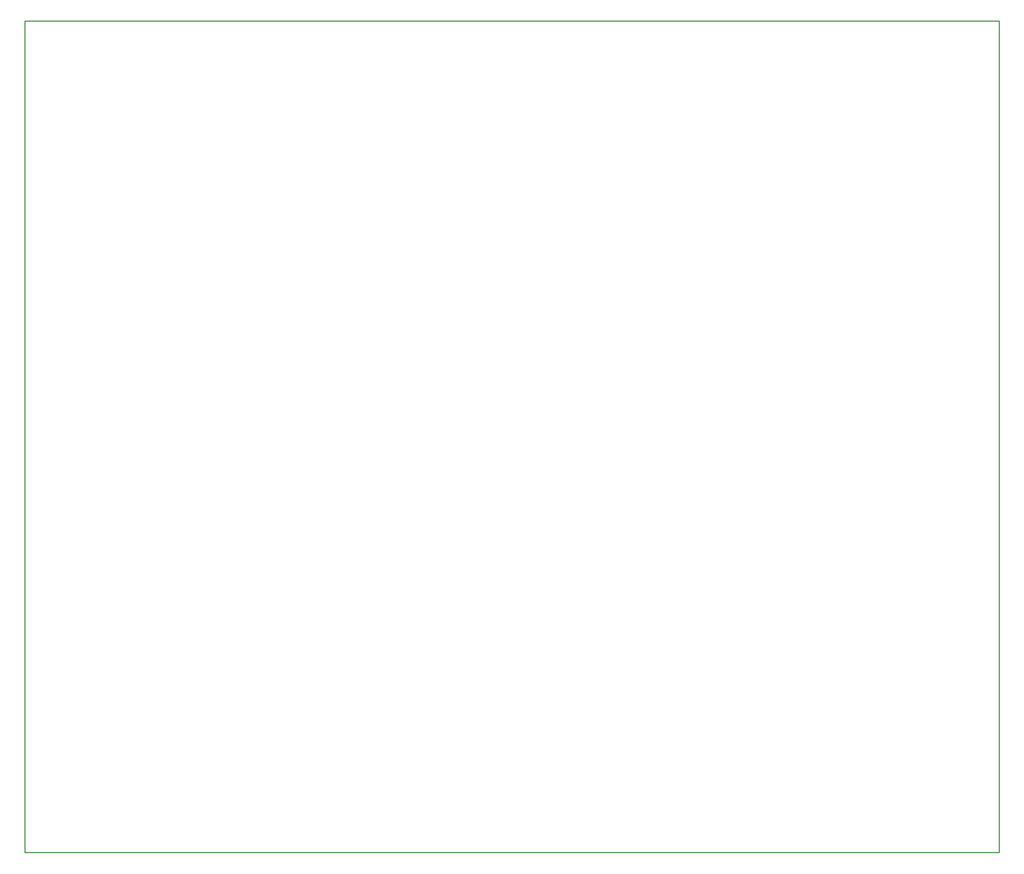
<source format=gko>
G04 Layer: BoardOutline*
G04 EasyEDA v6.4.25, 2021-12-08T18:35:49--6:00*
G04 986698a7ba0b47aaa227ef1f9665312c,06444aca9169495d970130cf6b44ba93,10*
G04 Gerber Generator version 0.2*
G04 Scale: 100 percent, Rotated: No, Reflected: No *
G04 Dimensions in millimeters *
G04 leading zeros omitted , absolute positions ,4 integer and 5 decimal *
%FSLAX45Y45*%
%MOMM*%

%ADD10C,0.3000*%
D10*
X0Y0D02*
G01*
X30048200Y0D01*
X30048200Y-25654000D01*
X0Y-25654000D01*
X0Y0D01*

%LPD*%
M02*

</source>
